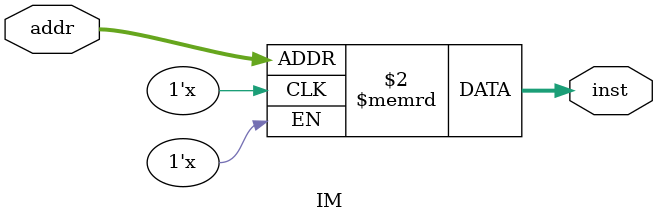
<source format=sv>
module IM #(parameter INST_WIDTH=32,
			parameter MAX_NUM_INST=128)
			
		(input logic [31:0] addr,
		 output logic [INST_WIDTH-1:0] inst
		 );
 
logic [31:0] inst_mem[128];

always_comb begin
	inst = inst_mem[addr];
end

endmodule
</source>
